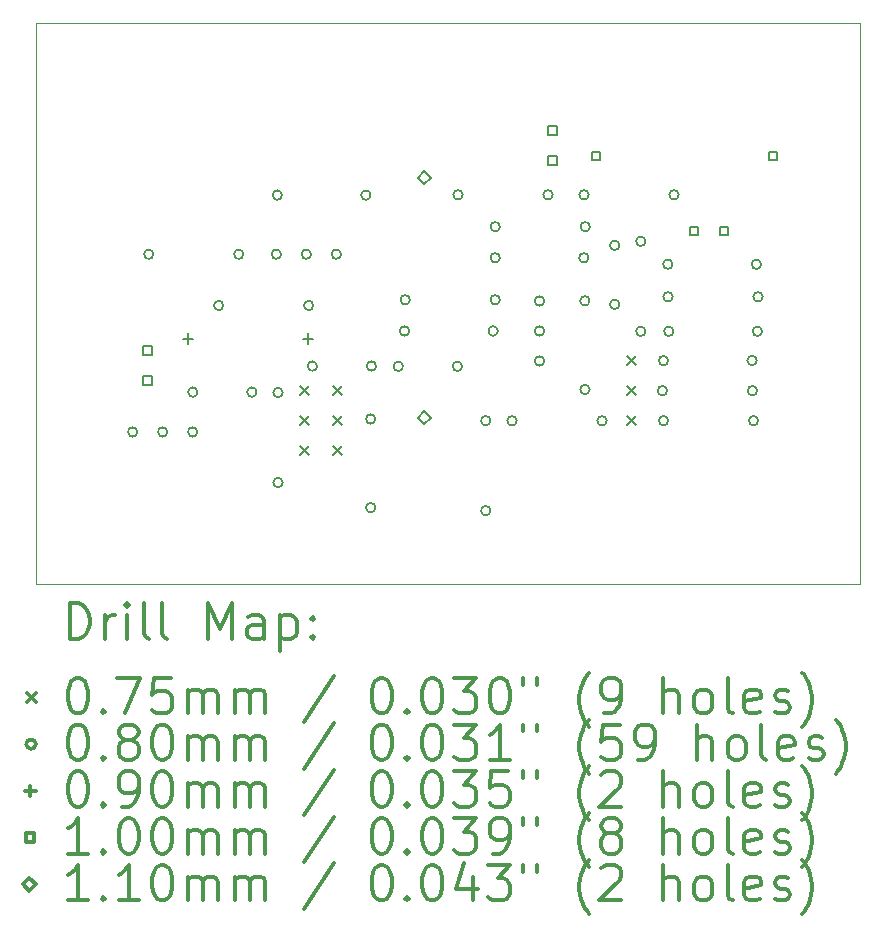
<source format=gbr>
%FSLAX45Y45*%
G04 Gerber Fmt 4.5, Leading zero omitted, Abs format (unit mm)*
G04 Created by KiCad (PCBNEW 5.1.9) date 2021-08-01 18:05:11*
%MOMM*%
%LPD*%
G01*
G04 APERTURE LIST*
%TA.AperFunction,Profile*%
%ADD10C,0.050000*%
%TD*%
%ADD11C,0.200000*%
%ADD12C,0.300000*%
G04 APERTURE END LIST*
D10*
X11653520Y-6831330D02*
X11653520Y-2082800D01*
X4681220Y-2082800D02*
X4681220Y-6831330D01*
X11653520Y-2082800D02*
X4681220Y-2082800D01*
X4681220Y-6831330D02*
X11653520Y-6831330D01*
D11*
X6918290Y-5155530D02*
X6993290Y-5230530D01*
X6993290Y-5155530D02*
X6918290Y-5230530D01*
X6918290Y-5409530D02*
X6993290Y-5484530D01*
X6993290Y-5409530D02*
X6918290Y-5484530D01*
X6918290Y-5663530D02*
X6993290Y-5738530D01*
X6993290Y-5663530D02*
X6918290Y-5738530D01*
X7193880Y-5155530D02*
X7268880Y-5230530D01*
X7268880Y-5155530D02*
X7193880Y-5230530D01*
X7193880Y-5409530D02*
X7268880Y-5484530D01*
X7268880Y-5409530D02*
X7193880Y-5484530D01*
X7193880Y-5663530D02*
X7268880Y-5738530D01*
X7268880Y-5663530D02*
X7193880Y-5738530D01*
X9686890Y-4905340D02*
X9761890Y-4980340D01*
X9761890Y-4905340D02*
X9686890Y-4980340D01*
X9686890Y-5159340D02*
X9761890Y-5234340D01*
X9761890Y-5159340D02*
X9686890Y-5234340D01*
X9686890Y-5413340D02*
X9761890Y-5488340D01*
X9761890Y-5413340D02*
X9686890Y-5488340D01*
X5539100Y-5547360D02*
G75*
G03*
X5539100Y-5547360I-40000J0D01*
G01*
X5674990Y-4042410D02*
G75*
G03*
X5674990Y-4042410I-40000J0D01*
G01*
X5793100Y-5547360D02*
G75*
G03*
X5793100Y-5547360I-40000J0D01*
G01*
X6047100Y-5547360D02*
G75*
G03*
X6047100Y-5547360I-40000J0D01*
G01*
X6048750Y-5209540D02*
G75*
G03*
X6048750Y-5209540I-40000J0D01*
G01*
X6266810Y-4476750D02*
G75*
G03*
X6266810Y-4476750I-40000J0D01*
G01*
X6436990Y-4042410D02*
G75*
G03*
X6436990Y-4042410I-40000J0D01*
G01*
X6548750Y-5209540D02*
G75*
G03*
X6548750Y-5209540I-40000J0D01*
G01*
X6755760Y-4042410D02*
G75*
G03*
X6755760Y-4042410I-40000J0D01*
G01*
X6763950Y-3542030D02*
G75*
G03*
X6763950Y-3542030I-40000J0D01*
G01*
X6769730Y-5214620D02*
G75*
G03*
X6769730Y-5214620I-40000J0D01*
G01*
X6769730Y-5976620D02*
G75*
G03*
X6769730Y-5976620I-40000J0D01*
G01*
X7009760Y-4042410D02*
G75*
G03*
X7009760Y-4042410I-40000J0D01*
G01*
X7028810Y-4476750D02*
G75*
G03*
X7028810Y-4476750I-40000J0D01*
G01*
X7060940Y-4989830D02*
G75*
G03*
X7060940Y-4989830I-40000J0D01*
G01*
X7263760Y-4042410D02*
G75*
G03*
X7263760Y-4042410I-40000J0D01*
G01*
X7513950Y-3542030D02*
G75*
G03*
X7513950Y-3542030I-40000J0D01*
G01*
X7554590Y-5438140D02*
G75*
G03*
X7554590Y-5438140I-40000J0D01*
G01*
X7554590Y-6188140D02*
G75*
G03*
X7554590Y-6188140I-40000J0D01*
G01*
X7560940Y-4989830D02*
G75*
G03*
X7560940Y-4989830I-40000J0D01*
G01*
X7788270Y-4991100D02*
G75*
G03*
X7788270Y-4991100I-40000J0D01*
G01*
X7840910Y-4692650D02*
G75*
G03*
X7840910Y-4692650I-40000J0D01*
G01*
X7846690Y-4428490D02*
G75*
G03*
X7846690Y-4428490I-40000J0D01*
G01*
X8288270Y-4991100D02*
G75*
G03*
X8288270Y-4991100I-40000J0D01*
G01*
X8293730Y-3539490D02*
G75*
G03*
X8293730Y-3539490I-40000J0D01*
G01*
X8528680Y-5452110D02*
G75*
G03*
X8528680Y-5452110I-40000J0D01*
G01*
X8528680Y-6214110D02*
G75*
G03*
X8528680Y-6214110I-40000J0D01*
G01*
X8590910Y-4692650D02*
G75*
G03*
X8590910Y-4692650I-40000J0D01*
G01*
X8608690Y-3810000D02*
G75*
G03*
X8608690Y-3810000I-40000J0D01*
G01*
X8608690Y-4072890D02*
G75*
G03*
X8608690Y-4072890I-40000J0D01*
G01*
X8608690Y-4428490D02*
G75*
G03*
X8608690Y-4428490I-40000J0D01*
G01*
X8750930Y-5452110D02*
G75*
G03*
X8750930Y-5452110I-40000J0D01*
G01*
X8983340Y-4438650D02*
G75*
G03*
X8983340Y-4438650I-40000J0D01*
G01*
X8983340Y-4692650D02*
G75*
G03*
X8983340Y-4692650I-40000J0D01*
G01*
X8983340Y-4946650D02*
G75*
G03*
X8983340Y-4946650I-40000J0D01*
G01*
X9055730Y-3539490D02*
G75*
G03*
X9055730Y-3539490I-40000J0D01*
G01*
X9358690Y-4072890D02*
G75*
G03*
X9358690Y-4072890I-40000J0D01*
G01*
X9360530Y-3539490D02*
G75*
G03*
X9360530Y-3539490I-40000J0D01*
G01*
X9368150Y-4437380D02*
G75*
G03*
X9368150Y-4437380I-40000J0D01*
G01*
X9368150Y-5187380D02*
G75*
G03*
X9368150Y-5187380I-40000J0D01*
G01*
X9370690Y-3810000D02*
G75*
G03*
X9370690Y-3810000I-40000J0D01*
G01*
X9512930Y-5452110D02*
G75*
G03*
X9512930Y-5452110I-40000J0D01*
G01*
X9620880Y-3967480D02*
G75*
G03*
X9620880Y-3967480I-40000J0D01*
G01*
X9620880Y-4467480D02*
G75*
G03*
X9620880Y-4467480I-40000J0D01*
G01*
X9841860Y-3933190D02*
G75*
G03*
X9841860Y-3933190I-40000J0D01*
G01*
X9841860Y-4695190D02*
G75*
G03*
X9841860Y-4695190I-40000J0D01*
G01*
X10024740Y-5198110D02*
G75*
G03*
X10024740Y-5198110I-40000J0D01*
G01*
X10033630Y-4942840D02*
G75*
G03*
X10033630Y-4942840I-40000J0D01*
G01*
X10033630Y-5452110D02*
G75*
G03*
X10033630Y-5452110I-40000J0D01*
G01*
X10070460Y-4127500D02*
G75*
G03*
X10070460Y-4127500I-40000J0D01*
G01*
X10071730Y-4403090D02*
G75*
G03*
X10071730Y-4403090I-40000J0D01*
G01*
X10078650Y-4695190D02*
G75*
G03*
X10078650Y-4695190I-40000J0D01*
G01*
X10122530Y-3539490D02*
G75*
G03*
X10122530Y-3539490I-40000J0D01*
G01*
X10783630Y-4942840D02*
G75*
G03*
X10783630Y-4942840I-40000J0D01*
G01*
X10786740Y-5198110D02*
G75*
G03*
X10786740Y-5198110I-40000J0D01*
G01*
X10795630Y-5452110D02*
G75*
G03*
X10795630Y-5452110I-40000J0D01*
G01*
X10820460Y-4127500D02*
G75*
G03*
X10820460Y-4127500I-40000J0D01*
G01*
X10828650Y-4695190D02*
G75*
G03*
X10828650Y-4695190I-40000J0D01*
G01*
X10833730Y-4403090D02*
G75*
G03*
X10833730Y-4403090I-40000J0D01*
G01*
X5967730Y-4713690D02*
X5967730Y-4803690D01*
X5922730Y-4758690D02*
X6012730Y-4758690D01*
X6983730Y-4713690D02*
X6983730Y-4803690D01*
X6938730Y-4758690D02*
X7028730Y-4758690D01*
X5660186Y-4891836D02*
X5660186Y-4821124D01*
X5589474Y-4821124D01*
X5589474Y-4891836D01*
X5660186Y-4891836D01*
X5660186Y-5145836D02*
X5660186Y-5075124D01*
X5589474Y-5075124D01*
X5589474Y-5145836D01*
X5660186Y-5145836D01*
X9089186Y-3031286D02*
X9089186Y-2960574D01*
X9018474Y-2960574D01*
X9018474Y-3031286D01*
X9089186Y-3031286D01*
X9089186Y-3285286D02*
X9089186Y-3214574D01*
X9018474Y-3214574D01*
X9018474Y-3285286D01*
X9089186Y-3285286D01*
X9454946Y-3247186D02*
X9454946Y-3176474D01*
X9384234Y-3176474D01*
X9384234Y-3247186D01*
X9454946Y-3247186D01*
X10288066Y-3880916D02*
X10288066Y-3810204D01*
X10217354Y-3810204D01*
X10217354Y-3880916D01*
X10288066Y-3880916D01*
X10542066Y-3880916D02*
X10542066Y-3810204D01*
X10471354Y-3810204D01*
X10471354Y-3880916D01*
X10542066Y-3880916D01*
X10954946Y-3247186D02*
X10954946Y-3176474D01*
X10884234Y-3176474D01*
X10884234Y-3247186D01*
X10954946Y-3247186D01*
X7967980Y-3449710D02*
X8022980Y-3394710D01*
X7967980Y-3339710D01*
X7912980Y-3394710D01*
X7967980Y-3449710D01*
X7967980Y-5481710D02*
X8022980Y-5426710D01*
X7967980Y-5371710D01*
X7912980Y-5426710D01*
X7967980Y-5481710D01*
D12*
X4965148Y-7299544D02*
X4965148Y-6999544D01*
X5036577Y-6999544D01*
X5079434Y-7013830D01*
X5108006Y-7042401D01*
X5122291Y-7070973D01*
X5136577Y-7128116D01*
X5136577Y-7170973D01*
X5122291Y-7228116D01*
X5108006Y-7256687D01*
X5079434Y-7285259D01*
X5036577Y-7299544D01*
X4965148Y-7299544D01*
X5265148Y-7299544D02*
X5265148Y-7099544D01*
X5265148Y-7156687D02*
X5279434Y-7128116D01*
X5293720Y-7113830D01*
X5322291Y-7099544D01*
X5350863Y-7099544D01*
X5450863Y-7299544D02*
X5450863Y-7099544D01*
X5450863Y-6999544D02*
X5436577Y-7013830D01*
X5450863Y-7028116D01*
X5465148Y-7013830D01*
X5450863Y-6999544D01*
X5450863Y-7028116D01*
X5636577Y-7299544D02*
X5608006Y-7285259D01*
X5593720Y-7256687D01*
X5593720Y-6999544D01*
X5793720Y-7299544D02*
X5765148Y-7285259D01*
X5750863Y-7256687D01*
X5750863Y-6999544D01*
X6136577Y-7299544D02*
X6136577Y-6999544D01*
X6236577Y-7213830D01*
X6336577Y-6999544D01*
X6336577Y-7299544D01*
X6608006Y-7299544D02*
X6608006Y-7142401D01*
X6593720Y-7113830D01*
X6565148Y-7099544D01*
X6508006Y-7099544D01*
X6479434Y-7113830D01*
X6608006Y-7285259D02*
X6579434Y-7299544D01*
X6508006Y-7299544D01*
X6479434Y-7285259D01*
X6465148Y-7256687D01*
X6465148Y-7228116D01*
X6479434Y-7199544D01*
X6508006Y-7185259D01*
X6579434Y-7185259D01*
X6608006Y-7170973D01*
X6750863Y-7099544D02*
X6750863Y-7399544D01*
X6750863Y-7113830D02*
X6779434Y-7099544D01*
X6836577Y-7099544D01*
X6865148Y-7113830D01*
X6879434Y-7128116D01*
X6893720Y-7156687D01*
X6893720Y-7242401D01*
X6879434Y-7270973D01*
X6865148Y-7285259D01*
X6836577Y-7299544D01*
X6779434Y-7299544D01*
X6750863Y-7285259D01*
X7022291Y-7270973D02*
X7036577Y-7285259D01*
X7022291Y-7299544D01*
X7008006Y-7285259D01*
X7022291Y-7270973D01*
X7022291Y-7299544D01*
X7022291Y-7113830D02*
X7036577Y-7128116D01*
X7022291Y-7142401D01*
X7008006Y-7128116D01*
X7022291Y-7113830D01*
X7022291Y-7142401D01*
X4603720Y-7756330D02*
X4678720Y-7831330D01*
X4678720Y-7756330D02*
X4603720Y-7831330D01*
X5022291Y-7629544D02*
X5050863Y-7629544D01*
X5079434Y-7643830D01*
X5093720Y-7658116D01*
X5108006Y-7686687D01*
X5122291Y-7743830D01*
X5122291Y-7815259D01*
X5108006Y-7872401D01*
X5093720Y-7900973D01*
X5079434Y-7915259D01*
X5050863Y-7929544D01*
X5022291Y-7929544D01*
X4993720Y-7915259D01*
X4979434Y-7900973D01*
X4965148Y-7872401D01*
X4950863Y-7815259D01*
X4950863Y-7743830D01*
X4965148Y-7686687D01*
X4979434Y-7658116D01*
X4993720Y-7643830D01*
X5022291Y-7629544D01*
X5250863Y-7900973D02*
X5265148Y-7915259D01*
X5250863Y-7929544D01*
X5236577Y-7915259D01*
X5250863Y-7900973D01*
X5250863Y-7929544D01*
X5365148Y-7629544D02*
X5565148Y-7629544D01*
X5436577Y-7929544D01*
X5822291Y-7629544D02*
X5679434Y-7629544D01*
X5665148Y-7772401D01*
X5679434Y-7758116D01*
X5708006Y-7743830D01*
X5779434Y-7743830D01*
X5808006Y-7758116D01*
X5822291Y-7772401D01*
X5836577Y-7800973D01*
X5836577Y-7872401D01*
X5822291Y-7900973D01*
X5808006Y-7915259D01*
X5779434Y-7929544D01*
X5708006Y-7929544D01*
X5679434Y-7915259D01*
X5665148Y-7900973D01*
X5965148Y-7929544D02*
X5965148Y-7729544D01*
X5965148Y-7758116D02*
X5979434Y-7743830D01*
X6008006Y-7729544D01*
X6050863Y-7729544D01*
X6079434Y-7743830D01*
X6093720Y-7772401D01*
X6093720Y-7929544D01*
X6093720Y-7772401D02*
X6108006Y-7743830D01*
X6136577Y-7729544D01*
X6179434Y-7729544D01*
X6208006Y-7743830D01*
X6222291Y-7772401D01*
X6222291Y-7929544D01*
X6365148Y-7929544D02*
X6365148Y-7729544D01*
X6365148Y-7758116D02*
X6379434Y-7743830D01*
X6408006Y-7729544D01*
X6450863Y-7729544D01*
X6479434Y-7743830D01*
X6493720Y-7772401D01*
X6493720Y-7929544D01*
X6493720Y-7772401D02*
X6508006Y-7743830D01*
X6536577Y-7729544D01*
X6579434Y-7729544D01*
X6608006Y-7743830D01*
X6622291Y-7772401D01*
X6622291Y-7929544D01*
X7208006Y-7615259D02*
X6950863Y-8000973D01*
X7593720Y-7629544D02*
X7622291Y-7629544D01*
X7650863Y-7643830D01*
X7665148Y-7658116D01*
X7679434Y-7686687D01*
X7693720Y-7743830D01*
X7693720Y-7815259D01*
X7679434Y-7872401D01*
X7665148Y-7900973D01*
X7650863Y-7915259D01*
X7622291Y-7929544D01*
X7593720Y-7929544D01*
X7565148Y-7915259D01*
X7550863Y-7900973D01*
X7536577Y-7872401D01*
X7522291Y-7815259D01*
X7522291Y-7743830D01*
X7536577Y-7686687D01*
X7550863Y-7658116D01*
X7565148Y-7643830D01*
X7593720Y-7629544D01*
X7822291Y-7900973D02*
X7836577Y-7915259D01*
X7822291Y-7929544D01*
X7808006Y-7915259D01*
X7822291Y-7900973D01*
X7822291Y-7929544D01*
X8022291Y-7629544D02*
X8050863Y-7629544D01*
X8079434Y-7643830D01*
X8093720Y-7658116D01*
X8108006Y-7686687D01*
X8122291Y-7743830D01*
X8122291Y-7815259D01*
X8108006Y-7872401D01*
X8093720Y-7900973D01*
X8079434Y-7915259D01*
X8050863Y-7929544D01*
X8022291Y-7929544D01*
X7993720Y-7915259D01*
X7979434Y-7900973D01*
X7965148Y-7872401D01*
X7950863Y-7815259D01*
X7950863Y-7743830D01*
X7965148Y-7686687D01*
X7979434Y-7658116D01*
X7993720Y-7643830D01*
X8022291Y-7629544D01*
X8222291Y-7629544D02*
X8408006Y-7629544D01*
X8308006Y-7743830D01*
X8350863Y-7743830D01*
X8379434Y-7758116D01*
X8393720Y-7772401D01*
X8408006Y-7800973D01*
X8408006Y-7872401D01*
X8393720Y-7900973D01*
X8379434Y-7915259D01*
X8350863Y-7929544D01*
X8265148Y-7929544D01*
X8236577Y-7915259D01*
X8222291Y-7900973D01*
X8593720Y-7629544D02*
X8622291Y-7629544D01*
X8650863Y-7643830D01*
X8665148Y-7658116D01*
X8679434Y-7686687D01*
X8693720Y-7743830D01*
X8693720Y-7815259D01*
X8679434Y-7872401D01*
X8665148Y-7900973D01*
X8650863Y-7915259D01*
X8622291Y-7929544D01*
X8593720Y-7929544D01*
X8565148Y-7915259D01*
X8550863Y-7900973D01*
X8536577Y-7872401D01*
X8522291Y-7815259D01*
X8522291Y-7743830D01*
X8536577Y-7686687D01*
X8550863Y-7658116D01*
X8565148Y-7643830D01*
X8593720Y-7629544D01*
X8808006Y-7629544D02*
X8808006Y-7686687D01*
X8922291Y-7629544D02*
X8922291Y-7686687D01*
X9365148Y-8043830D02*
X9350863Y-8029544D01*
X9322291Y-7986687D01*
X9308006Y-7958116D01*
X9293720Y-7915259D01*
X9279434Y-7843830D01*
X9279434Y-7786687D01*
X9293720Y-7715259D01*
X9308006Y-7672401D01*
X9322291Y-7643830D01*
X9350863Y-7600973D01*
X9365148Y-7586687D01*
X9493720Y-7929544D02*
X9550863Y-7929544D01*
X9579434Y-7915259D01*
X9593720Y-7900973D01*
X9622291Y-7858116D01*
X9636577Y-7800973D01*
X9636577Y-7686687D01*
X9622291Y-7658116D01*
X9608006Y-7643830D01*
X9579434Y-7629544D01*
X9522291Y-7629544D01*
X9493720Y-7643830D01*
X9479434Y-7658116D01*
X9465148Y-7686687D01*
X9465148Y-7758116D01*
X9479434Y-7786687D01*
X9493720Y-7800973D01*
X9522291Y-7815259D01*
X9579434Y-7815259D01*
X9608006Y-7800973D01*
X9622291Y-7786687D01*
X9636577Y-7758116D01*
X9993720Y-7929544D02*
X9993720Y-7629544D01*
X10122291Y-7929544D02*
X10122291Y-7772401D01*
X10108006Y-7743830D01*
X10079434Y-7729544D01*
X10036577Y-7729544D01*
X10008006Y-7743830D01*
X9993720Y-7758116D01*
X10308006Y-7929544D02*
X10279434Y-7915259D01*
X10265148Y-7900973D01*
X10250863Y-7872401D01*
X10250863Y-7786687D01*
X10265148Y-7758116D01*
X10279434Y-7743830D01*
X10308006Y-7729544D01*
X10350863Y-7729544D01*
X10379434Y-7743830D01*
X10393720Y-7758116D01*
X10408006Y-7786687D01*
X10408006Y-7872401D01*
X10393720Y-7900973D01*
X10379434Y-7915259D01*
X10350863Y-7929544D01*
X10308006Y-7929544D01*
X10579434Y-7929544D02*
X10550863Y-7915259D01*
X10536577Y-7886687D01*
X10536577Y-7629544D01*
X10808006Y-7915259D02*
X10779434Y-7929544D01*
X10722291Y-7929544D01*
X10693720Y-7915259D01*
X10679434Y-7886687D01*
X10679434Y-7772401D01*
X10693720Y-7743830D01*
X10722291Y-7729544D01*
X10779434Y-7729544D01*
X10808006Y-7743830D01*
X10822291Y-7772401D01*
X10822291Y-7800973D01*
X10679434Y-7829544D01*
X10936577Y-7915259D02*
X10965148Y-7929544D01*
X11022291Y-7929544D01*
X11050863Y-7915259D01*
X11065148Y-7886687D01*
X11065148Y-7872401D01*
X11050863Y-7843830D01*
X11022291Y-7829544D01*
X10979434Y-7829544D01*
X10950863Y-7815259D01*
X10936577Y-7786687D01*
X10936577Y-7772401D01*
X10950863Y-7743830D01*
X10979434Y-7729544D01*
X11022291Y-7729544D01*
X11050863Y-7743830D01*
X11165148Y-8043830D02*
X11179434Y-8029544D01*
X11208006Y-7986687D01*
X11222291Y-7958116D01*
X11236577Y-7915259D01*
X11250863Y-7843830D01*
X11250863Y-7786687D01*
X11236577Y-7715259D01*
X11222291Y-7672401D01*
X11208006Y-7643830D01*
X11179434Y-7600973D01*
X11165148Y-7586687D01*
X4678720Y-8189830D02*
G75*
G03*
X4678720Y-8189830I-40000J0D01*
G01*
X5022291Y-8025544D02*
X5050863Y-8025544D01*
X5079434Y-8039830D01*
X5093720Y-8054116D01*
X5108006Y-8082687D01*
X5122291Y-8139830D01*
X5122291Y-8211259D01*
X5108006Y-8268401D01*
X5093720Y-8296973D01*
X5079434Y-8311259D01*
X5050863Y-8325544D01*
X5022291Y-8325544D01*
X4993720Y-8311259D01*
X4979434Y-8296973D01*
X4965148Y-8268401D01*
X4950863Y-8211259D01*
X4950863Y-8139830D01*
X4965148Y-8082687D01*
X4979434Y-8054116D01*
X4993720Y-8039830D01*
X5022291Y-8025544D01*
X5250863Y-8296973D02*
X5265148Y-8311259D01*
X5250863Y-8325544D01*
X5236577Y-8311259D01*
X5250863Y-8296973D01*
X5250863Y-8325544D01*
X5436577Y-8154116D02*
X5408006Y-8139830D01*
X5393720Y-8125544D01*
X5379434Y-8096973D01*
X5379434Y-8082687D01*
X5393720Y-8054116D01*
X5408006Y-8039830D01*
X5436577Y-8025544D01*
X5493720Y-8025544D01*
X5522291Y-8039830D01*
X5536577Y-8054116D01*
X5550863Y-8082687D01*
X5550863Y-8096973D01*
X5536577Y-8125544D01*
X5522291Y-8139830D01*
X5493720Y-8154116D01*
X5436577Y-8154116D01*
X5408006Y-8168401D01*
X5393720Y-8182687D01*
X5379434Y-8211259D01*
X5379434Y-8268401D01*
X5393720Y-8296973D01*
X5408006Y-8311259D01*
X5436577Y-8325544D01*
X5493720Y-8325544D01*
X5522291Y-8311259D01*
X5536577Y-8296973D01*
X5550863Y-8268401D01*
X5550863Y-8211259D01*
X5536577Y-8182687D01*
X5522291Y-8168401D01*
X5493720Y-8154116D01*
X5736577Y-8025544D02*
X5765148Y-8025544D01*
X5793720Y-8039830D01*
X5808006Y-8054116D01*
X5822291Y-8082687D01*
X5836577Y-8139830D01*
X5836577Y-8211259D01*
X5822291Y-8268401D01*
X5808006Y-8296973D01*
X5793720Y-8311259D01*
X5765148Y-8325544D01*
X5736577Y-8325544D01*
X5708006Y-8311259D01*
X5693720Y-8296973D01*
X5679434Y-8268401D01*
X5665148Y-8211259D01*
X5665148Y-8139830D01*
X5679434Y-8082687D01*
X5693720Y-8054116D01*
X5708006Y-8039830D01*
X5736577Y-8025544D01*
X5965148Y-8325544D02*
X5965148Y-8125544D01*
X5965148Y-8154116D02*
X5979434Y-8139830D01*
X6008006Y-8125544D01*
X6050863Y-8125544D01*
X6079434Y-8139830D01*
X6093720Y-8168401D01*
X6093720Y-8325544D01*
X6093720Y-8168401D02*
X6108006Y-8139830D01*
X6136577Y-8125544D01*
X6179434Y-8125544D01*
X6208006Y-8139830D01*
X6222291Y-8168401D01*
X6222291Y-8325544D01*
X6365148Y-8325544D02*
X6365148Y-8125544D01*
X6365148Y-8154116D02*
X6379434Y-8139830D01*
X6408006Y-8125544D01*
X6450863Y-8125544D01*
X6479434Y-8139830D01*
X6493720Y-8168401D01*
X6493720Y-8325544D01*
X6493720Y-8168401D02*
X6508006Y-8139830D01*
X6536577Y-8125544D01*
X6579434Y-8125544D01*
X6608006Y-8139830D01*
X6622291Y-8168401D01*
X6622291Y-8325544D01*
X7208006Y-8011259D02*
X6950863Y-8396973D01*
X7593720Y-8025544D02*
X7622291Y-8025544D01*
X7650863Y-8039830D01*
X7665148Y-8054116D01*
X7679434Y-8082687D01*
X7693720Y-8139830D01*
X7693720Y-8211259D01*
X7679434Y-8268401D01*
X7665148Y-8296973D01*
X7650863Y-8311259D01*
X7622291Y-8325544D01*
X7593720Y-8325544D01*
X7565148Y-8311259D01*
X7550863Y-8296973D01*
X7536577Y-8268401D01*
X7522291Y-8211259D01*
X7522291Y-8139830D01*
X7536577Y-8082687D01*
X7550863Y-8054116D01*
X7565148Y-8039830D01*
X7593720Y-8025544D01*
X7822291Y-8296973D02*
X7836577Y-8311259D01*
X7822291Y-8325544D01*
X7808006Y-8311259D01*
X7822291Y-8296973D01*
X7822291Y-8325544D01*
X8022291Y-8025544D02*
X8050863Y-8025544D01*
X8079434Y-8039830D01*
X8093720Y-8054116D01*
X8108006Y-8082687D01*
X8122291Y-8139830D01*
X8122291Y-8211259D01*
X8108006Y-8268401D01*
X8093720Y-8296973D01*
X8079434Y-8311259D01*
X8050863Y-8325544D01*
X8022291Y-8325544D01*
X7993720Y-8311259D01*
X7979434Y-8296973D01*
X7965148Y-8268401D01*
X7950863Y-8211259D01*
X7950863Y-8139830D01*
X7965148Y-8082687D01*
X7979434Y-8054116D01*
X7993720Y-8039830D01*
X8022291Y-8025544D01*
X8222291Y-8025544D02*
X8408006Y-8025544D01*
X8308006Y-8139830D01*
X8350863Y-8139830D01*
X8379434Y-8154116D01*
X8393720Y-8168401D01*
X8408006Y-8196973D01*
X8408006Y-8268401D01*
X8393720Y-8296973D01*
X8379434Y-8311259D01*
X8350863Y-8325544D01*
X8265148Y-8325544D01*
X8236577Y-8311259D01*
X8222291Y-8296973D01*
X8693720Y-8325544D02*
X8522291Y-8325544D01*
X8608006Y-8325544D02*
X8608006Y-8025544D01*
X8579434Y-8068401D01*
X8550863Y-8096973D01*
X8522291Y-8111259D01*
X8808006Y-8025544D02*
X8808006Y-8082687D01*
X8922291Y-8025544D02*
X8922291Y-8082687D01*
X9365148Y-8439830D02*
X9350863Y-8425544D01*
X9322291Y-8382687D01*
X9308006Y-8354116D01*
X9293720Y-8311259D01*
X9279434Y-8239830D01*
X9279434Y-8182687D01*
X9293720Y-8111259D01*
X9308006Y-8068401D01*
X9322291Y-8039830D01*
X9350863Y-7996973D01*
X9365148Y-7982687D01*
X9622291Y-8025544D02*
X9479434Y-8025544D01*
X9465148Y-8168401D01*
X9479434Y-8154116D01*
X9508006Y-8139830D01*
X9579434Y-8139830D01*
X9608006Y-8154116D01*
X9622291Y-8168401D01*
X9636577Y-8196973D01*
X9636577Y-8268401D01*
X9622291Y-8296973D01*
X9608006Y-8311259D01*
X9579434Y-8325544D01*
X9508006Y-8325544D01*
X9479434Y-8311259D01*
X9465148Y-8296973D01*
X9779434Y-8325544D02*
X9836577Y-8325544D01*
X9865148Y-8311259D01*
X9879434Y-8296973D01*
X9908006Y-8254116D01*
X9922291Y-8196973D01*
X9922291Y-8082687D01*
X9908006Y-8054116D01*
X9893720Y-8039830D01*
X9865148Y-8025544D01*
X9808006Y-8025544D01*
X9779434Y-8039830D01*
X9765148Y-8054116D01*
X9750863Y-8082687D01*
X9750863Y-8154116D01*
X9765148Y-8182687D01*
X9779434Y-8196973D01*
X9808006Y-8211259D01*
X9865148Y-8211259D01*
X9893720Y-8196973D01*
X9908006Y-8182687D01*
X9922291Y-8154116D01*
X10279434Y-8325544D02*
X10279434Y-8025544D01*
X10408006Y-8325544D02*
X10408006Y-8168401D01*
X10393720Y-8139830D01*
X10365148Y-8125544D01*
X10322291Y-8125544D01*
X10293720Y-8139830D01*
X10279434Y-8154116D01*
X10593720Y-8325544D02*
X10565148Y-8311259D01*
X10550863Y-8296973D01*
X10536577Y-8268401D01*
X10536577Y-8182687D01*
X10550863Y-8154116D01*
X10565148Y-8139830D01*
X10593720Y-8125544D01*
X10636577Y-8125544D01*
X10665148Y-8139830D01*
X10679434Y-8154116D01*
X10693720Y-8182687D01*
X10693720Y-8268401D01*
X10679434Y-8296973D01*
X10665148Y-8311259D01*
X10636577Y-8325544D01*
X10593720Y-8325544D01*
X10865148Y-8325544D02*
X10836577Y-8311259D01*
X10822291Y-8282687D01*
X10822291Y-8025544D01*
X11093720Y-8311259D02*
X11065148Y-8325544D01*
X11008006Y-8325544D01*
X10979434Y-8311259D01*
X10965148Y-8282687D01*
X10965148Y-8168401D01*
X10979434Y-8139830D01*
X11008006Y-8125544D01*
X11065148Y-8125544D01*
X11093720Y-8139830D01*
X11108006Y-8168401D01*
X11108006Y-8196973D01*
X10965148Y-8225544D01*
X11222291Y-8311259D02*
X11250863Y-8325544D01*
X11308006Y-8325544D01*
X11336577Y-8311259D01*
X11350863Y-8282687D01*
X11350863Y-8268401D01*
X11336577Y-8239830D01*
X11308006Y-8225544D01*
X11265148Y-8225544D01*
X11236577Y-8211259D01*
X11222291Y-8182687D01*
X11222291Y-8168401D01*
X11236577Y-8139830D01*
X11265148Y-8125544D01*
X11308006Y-8125544D01*
X11336577Y-8139830D01*
X11450863Y-8439830D02*
X11465148Y-8425544D01*
X11493720Y-8382687D01*
X11508006Y-8354116D01*
X11522291Y-8311259D01*
X11536577Y-8239830D01*
X11536577Y-8182687D01*
X11522291Y-8111259D01*
X11508006Y-8068401D01*
X11493720Y-8039830D01*
X11465148Y-7996973D01*
X11450863Y-7982687D01*
X4633720Y-8540830D02*
X4633720Y-8630830D01*
X4588720Y-8585830D02*
X4678720Y-8585830D01*
X5022291Y-8421544D02*
X5050863Y-8421544D01*
X5079434Y-8435830D01*
X5093720Y-8450116D01*
X5108006Y-8478687D01*
X5122291Y-8535830D01*
X5122291Y-8607259D01*
X5108006Y-8664402D01*
X5093720Y-8692973D01*
X5079434Y-8707259D01*
X5050863Y-8721544D01*
X5022291Y-8721544D01*
X4993720Y-8707259D01*
X4979434Y-8692973D01*
X4965148Y-8664402D01*
X4950863Y-8607259D01*
X4950863Y-8535830D01*
X4965148Y-8478687D01*
X4979434Y-8450116D01*
X4993720Y-8435830D01*
X5022291Y-8421544D01*
X5250863Y-8692973D02*
X5265148Y-8707259D01*
X5250863Y-8721544D01*
X5236577Y-8707259D01*
X5250863Y-8692973D01*
X5250863Y-8721544D01*
X5408006Y-8721544D02*
X5465148Y-8721544D01*
X5493720Y-8707259D01*
X5508006Y-8692973D01*
X5536577Y-8650116D01*
X5550863Y-8592973D01*
X5550863Y-8478687D01*
X5536577Y-8450116D01*
X5522291Y-8435830D01*
X5493720Y-8421544D01*
X5436577Y-8421544D01*
X5408006Y-8435830D01*
X5393720Y-8450116D01*
X5379434Y-8478687D01*
X5379434Y-8550116D01*
X5393720Y-8578687D01*
X5408006Y-8592973D01*
X5436577Y-8607259D01*
X5493720Y-8607259D01*
X5522291Y-8592973D01*
X5536577Y-8578687D01*
X5550863Y-8550116D01*
X5736577Y-8421544D02*
X5765148Y-8421544D01*
X5793720Y-8435830D01*
X5808006Y-8450116D01*
X5822291Y-8478687D01*
X5836577Y-8535830D01*
X5836577Y-8607259D01*
X5822291Y-8664402D01*
X5808006Y-8692973D01*
X5793720Y-8707259D01*
X5765148Y-8721544D01*
X5736577Y-8721544D01*
X5708006Y-8707259D01*
X5693720Y-8692973D01*
X5679434Y-8664402D01*
X5665148Y-8607259D01*
X5665148Y-8535830D01*
X5679434Y-8478687D01*
X5693720Y-8450116D01*
X5708006Y-8435830D01*
X5736577Y-8421544D01*
X5965148Y-8721544D02*
X5965148Y-8521544D01*
X5965148Y-8550116D02*
X5979434Y-8535830D01*
X6008006Y-8521544D01*
X6050863Y-8521544D01*
X6079434Y-8535830D01*
X6093720Y-8564402D01*
X6093720Y-8721544D01*
X6093720Y-8564402D02*
X6108006Y-8535830D01*
X6136577Y-8521544D01*
X6179434Y-8521544D01*
X6208006Y-8535830D01*
X6222291Y-8564402D01*
X6222291Y-8721544D01*
X6365148Y-8721544D02*
X6365148Y-8521544D01*
X6365148Y-8550116D02*
X6379434Y-8535830D01*
X6408006Y-8521544D01*
X6450863Y-8521544D01*
X6479434Y-8535830D01*
X6493720Y-8564402D01*
X6493720Y-8721544D01*
X6493720Y-8564402D02*
X6508006Y-8535830D01*
X6536577Y-8521544D01*
X6579434Y-8521544D01*
X6608006Y-8535830D01*
X6622291Y-8564402D01*
X6622291Y-8721544D01*
X7208006Y-8407259D02*
X6950863Y-8792973D01*
X7593720Y-8421544D02*
X7622291Y-8421544D01*
X7650863Y-8435830D01*
X7665148Y-8450116D01*
X7679434Y-8478687D01*
X7693720Y-8535830D01*
X7693720Y-8607259D01*
X7679434Y-8664402D01*
X7665148Y-8692973D01*
X7650863Y-8707259D01*
X7622291Y-8721544D01*
X7593720Y-8721544D01*
X7565148Y-8707259D01*
X7550863Y-8692973D01*
X7536577Y-8664402D01*
X7522291Y-8607259D01*
X7522291Y-8535830D01*
X7536577Y-8478687D01*
X7550863Y-8450116D01*
X7565148Y-8435830D01*
X7593720Y-8421544D01*
X7822291Y-8692973D02*
X7836577Y-8707259D01*
X7822291Y-8721544D01*
X7808006Y-8707259D01*
X7822291Y-8692973D01*
X7822291Y-8721544D01*
X8022291Y-8421544D02*
X8050863Y-8421544D01*
X8079434Y-8435830D01*
X8093720Y-8450116D01*
X8108006Y-8478687D01*
X8122291Y-8535830D01*
X8122291Y-8607259D01*
X8108006Y-8664402D01*
X8093720Y-8692973D01*
X8079434Y-8707259D01*
X8050863Y-8721544D01*
X8022291Y-8721544D01*
X7993720Y-8707259D01*
X7979434Y-8692973D01*
X7965148Y-8664402D01*
X7950863Y-8607259D01*
X7950863Y-8535830D01*
X7965148Y-8478687D01*
X7979434Y-8450116D01*
X7993720Y-8435830D01*
X8022291Y-8421544D01*
X8222291Y-8421544D02*
X8408006Y-8421544D01*
X8308006Y-8535830D01*
X8350863Y-8535830D01*
X8379434Y-8550116D01*
X8393720Y-8564402D01*
X8408006Y-8592973D01*
X8408006Y-8664402D01*
X8393720Y-8692973D01*
X8379434Y-8707259D01*
X8350863Y-8721544D01*
X8265148Y-8721544D01*
X8236577Y-8707259D01*
X8222291Y-8692973D01*
X8679434Y-8421544D02*
X8536577Y-8421544D01*
X8522291Y-8564402D01*
X8536577Y-8550116D01*
X8565148Y-8535830D01*
X8636577Y-8535830D01*
X8665148Y-8550116D01*
X8679434Y-8564402D01*
X8693720Y-8592973D01*
X8693720Y-8664402D01*
X8679434Y-8692973D01*
X8665148Y-8707259D01*
X8636577Y-8721544D01*
X8565148Y-8721544D01*
X8536577Y-8707259D01*
X8522291Y-8692973D01*
X8808006Y-8421544D02*
X8808006Y-8478687D01*
X8922291Y-8421544D02*
X8922291Y-8478687D01*
X9365148Y-8835830D02*
X9350863Y-8821544D01*
X9322291Y-8778687D01*
X9308006Y-8750116D01*
X9293720Y-8707259D01*
X9279434Y-8635830D01*
X9279434Y-8578687D01*
X9293720Y-8507259D01*
X9308006Y-8464402D01*
X9322291Y-8435830D01*
X9350863Y-8392973D01*
X9365148Y-8378687D01*
X9465148Y-8450116D02*
X9479434Y-8435830D01*
X9508006Y-8421544D01*
X9579434Y-8421544D01*
X9608006Y-8435830D01*
X9622291Y-8450116D01*
X9636577Y-8478687D01*
X9636577Y-8507259D01*
X9622291Y-8550116D01*
X9450863Y-8721544D01*
X9636577Y-8721544D01*
X9993720Y-8721544D02*
X9993720Y-8421544D01*
X10122291Y-8721544D02*
X10122291Y-8564402D01*
X10108006Y-8535830D01*
X10079434Y-8521544D01*
X10036577Y-8521544D01*
X10008006Y-8535830D01*
X9993720Y-8550116D01*
X10308006Y-8721544D02*
X10279434Y-8707259D01*
X10265148Y-8692973D01*
X10250863Y-8664402D01*
X10250863Y-8578687D01*
X10265148Y-8550116D01*
X10279434Y-8535830D01*
X10308006Y-8521544D01*
X10350863Y-8521544D01*
X10379434Y-8535830D01*
X10393720Y-8550116D01*
X10408006Y-8578687D01*
X10408006Y-8664402D01*
X10393720Y-8692973D01*
X10379434Y-8707259D01*
X10350863Y-8721544D01*
X10308006Y-8721544D01*
X10579434Y-8721544D02*
X10550863Y-8707259D01*
X10536577Y-8678687D01*
X10536577Y-8421544D01*
X10808006Y-8707259D02*
X10779434Y-8721544D01*
X10722291Y-8721544D01*
X10693720Y-8707259D01*
X10679434Y-8678687D01*
X10679434Y-8564402D01*
X10693720Y-8535830D01*
X10722291Y-8521544D01*
X10779434Y-8521544D01*
X10808006Y-8535830D01*
X10822291Y-8564402D01*
X10822291Y-8592973D01*
X10679434Y-8621544D01*
X10936577Y-8707259D02*
X10965148Y-8721544D01*
X11022291Y-8721544D01*
X11050863Y-8707259D01*
X11065148Y-8678687D01*
X11065148Y-8664402D01*
X11050863Y-8635830D01*
X11022291Y-8621544D01*
X10979434Y-8621544D01*
X10950863Y-8607259D01*
X10936577Y-8578687D01*
X10936577Y-8564402D01*
X10950863Y-8535830D01*
X10979434Y-8521544D01*
X11022291Y-8521544D01*
X11050863Y-8535830D01*
X11165148Y-8835830D02*
X11179434Y-8821544D01*
X11208006Y-8778687D01*
X11222291Y-8750116D01*
X11236577Y-8707259D01*
X11250863Y-8635830D01*
X11250863Y-8578687D01*
X11236577Y-8507259D01*
X11222291Y-8464402D01*
X11208006Y-8435830D01*
X11179434Y-8392973D01*
X11165148Y-8378687D01*
X4664076Y-9017186D02*
X4664076Y-8946474D01*
X4593364Y-8946474D01*
X4593364Y-9017186D01*
X4664076Y-9017186D01*
X5122291Y-9117544D02*
X4950863Y-9117544D01*
X5036577Y-9117544D02*
X5036577Y-8817544D01*
X5008006Y-8860402D01*
X4979434Y-8888973D01*
X4950863Y-8903259D01*
X5250863Y-9088973D02*
X5265148Y-9103259D01*
X5250863Y-9117544D01*
X5236577Y-9103259D01*
X5250863Y-9088973D01*
X5250863Y-9117544D01*
X5450863Y-8817544D02*
X5479434Y-8817544D01*
X5508006Y-8831830D01*
X5522291Y-8846116D01*
X5536577Y-8874687D01*
X5550863Y-8931830D01*
X5550863Y-9003259D01*
X5536577Y-9060402D01*
X5522291Y-9088973D01*
X5508006Y-9103259D01*
X5479434Y-9117544D01*
X5450863Y-9117544D01*
X5422291Y-9103259D01*
X5408006Y-9088973D01*
X5393720Y-9060402D01*
X5379434Y-9003259D01*
X5379434Y-8931830D01*
X5393720Y-8874687D01*
X5408006Y-8846116D01*
X5422291Y-8831830D01*
X5450863Y-8817544D01*
X5736577Y-8817544D02*
X5765148Y-8817544D01*
X5793720Y-8831830D01*
X5808006Y-8846116D01*
X5822291Y-8874687D01*
X5836577Y-8931830D01*
X5836577Y-9003259D01*
X5822291Y-9060402D01*
X5808006Y-9088973D01*
X5793720Y-9103259D01*
X5765148Y-9117544D01*
X5736577Y-9117544D01*
X5708006Y-9103259D01*
X5693720Y-9088973D01*
X5679434Y-9060402D01*
X5665148Y-9003259D01*
X5665148Y-8931830D01*
X5679434Y-8874687D01*
X5693720Y-8846116D01*
X5708006Y-8831830D01*
X5736577Y-8817544D01*
X5965148Y-9117544D02*
X5965148Y-8917544D01*
X5965148Y-8946116D02*
X5979434Y-8931830D01*
X6008006Y-8917544D01*
X6050863Y-8917544D01*
X6079434Y-8931830D01*
X6093720Y-8960402D01*
X6093720Y-9117544D01*
X6093720Y-8960402D02*
X6108006Y-8931830D01*
X6136577Y-8917544D01*
X6179434Y-8917544D01*
X6208006Y-8931830D01*
X6222291Y-8960402D01*
X6222291Y-9117544D01*
X6365148Y-9117544D02*
X6365148Y-8917544D01*
X6365148Y-8946116D02*
X6379434Y-8931830D01*
X6408006Y-8917544D01*
X6450863Y-8917544D01*
X6479434Y-8931830D01*
X6493720Y-8960402D01*
X6493720Y-9117544D01*
X6493720Y-8960402D02*
X6508006Y-8931830D01*
X6536577Y-8917544D01*
X6579434Y-8917544D01*
X6608006Y-8931830D01*
X6622291Y-8960402D01*
X6622291Y-9117544D01*
X7208006Y-8803259D02*
X6950863Y-9188973D01*
X7593720Y-8817544D02*
X7622291Y-8817544D01*
X7650863Y-8831830D01*
X7665148Y-8846116D01*
X7679434Y-8874687D01*
X7693720Y-8931830D01*
X7693720Y-9003259D01*
X7679434Y-9060402D01*
X7665148Y-9088973D01*
X7650863Y-9103259D01*
X7622291Y-9117544D01*
X7593720Y-9117544D01*
X7565148Y-9103259D01*
X7550863Y-9088973D01*
X7536577Y-9060402D01*
X7522291Y-9003259D01*
X7522291Y-8931830D01*
X7536577Y-8874687D01*
X7550863Y-8846116D01*
X7565148Y-8831830D01*
X7593720Y-8817544D01*
X7822291Y-9088973D02*
X7836577Y-9103259D01*
X7822291Y-9117544D01*
X7808006Y-9103259D01*
X7822291Y-9088973D01*
X7822291Y-9117544D01*
X8022291Y-8817544D02*
X8050863Y-8817544D01*
X8079434Y-8831830D01*
X8093720Y-8846116D01*
X8108006Y-8874687D01*
X8122291Y-8931830D01*
X8122291Y-9003259D01*
X8108006Y-9060402D01*
X8093720Y-9088973D01*
X8079434Y-9103259D01*
X8050863Y-9117544D01*
X8022291Y-9117544D01*
X7993720Y-9103259D01*
X7979434Y-9088973D01*
X7965148Y-9060402D01*
X7950863Y-9003259D01*
X7950863Y-8931830D01*
X7965148Y-8874687D01*
X7979434Y-8846116D01*
X7993720Y-8831830D01*
X8022291Y-8817544D01*
X8222291Y-8817544D02*
X8408006Y-8817544D01*
X8308006Y-8931830D01*
X8350863Y-8931830D01*
X8379434Y-8946116D01*
X8393720Y-8960402D01*
X8408006Y-8988973D01*
X8408006Y-9060402D01*
X8393720Y-9088973D01*
X8379434Y-9103259D01*
X8350863Y-9117544D01*
X8265148Y-9117544D01*
X8236577Y-9103259D01*
X8222291Y-9088973D01*
X8550863Y-9117544D02*
X8608006Y-9117544D01*
X8636577Y-9103259D01*
X8650863Y-9088973D01*
X8679434Y-9046116D01*
X8693720Y-8988973D01*
X8693720Y-8874687D01*
X8679434Y-8846116D01*
X8665148Y-8831830D01*
X8636577Y-8817544D01*
X8579434Y-8817544D01*
X8550863Y-8831830D01*
X8536577Y-8846116D01*
X8522291Y-8874687D01*
X8522291Y-8946116D01*
X8536577Y-8974687D01*
X8550863Y-8988973D01*
X8579434Y-9003259D01*
X8636577Y-9003259D01*
X8665148Y-8988973D01*
X8679434Y-8974687D01*
X8693720Y-8946116D01*
X8808006Y-8817544D02*
X8808006Y-8874687D01*
X8922291Y-8817544D02*
X8922291Y-8874687D01*
X9365148Y-9231830D02*
X9350863Y-9217544D01*
X9322291Y-9174687D01*
X9308006Y-9146116D01*
X9293720Y-9103259D01*
X9279434Y-9031830D01*
X9279434Y-8974687D01*
X9293720Y-8903259D01*
X9308006Y-8860402D01*
X9322291Y-8831830D01*
X9350863Y-8788973D01*
X9365148Y-8774687D01*
X9522291Y-8946116D02*
X9493720Y-8931830D01*
X9479434Y-8917544D01*
X9465148Y-8888973D01*
X9465148Y-8874687D01*
X9479434Y-8846116D01*
X9493720Y-8831830D01*
X9522291Y-8817544D01*
X9579434Y-8817544D01*
X9608006Y-8831830D01*
X9622291Y-8846116D01*
X9636577Y-8874687D01*
X9636577Y-8888973D01*
X9622291Y-8917544D01*
X9608006Y-8931830D01*
X9579434Y-8946116D01*
X9522291Y-8946116D01*
X9493720Y-8960402D01*
X9479434Y-8974687D01*
X9465148Y-9003259D01*
X9465148Y-9060402D01*
X9479434Y-9088973D01*
X9493720Y-9103259D01*
X9522291Y-9117544D01*
X9579434Y-9117544D01*
X9608006Y-9103259D01*
X9622291Y-9088973D01*
X9636577Y-9060402D01*
X9636577Y-9003259D01*
X9622291Y-8974687D01*
X9608006Y-8960402D01*
X9579434Y-8946116D01*
X9993720Y-9117544D02*
X9993720Y-8817544D01*
X10122291Y-9117544D02*
X10122291Y-8960402D01*
X10108006Y-8931830D01*
X10079434Y-8917544D01*
X10036577Y-8917544D01*
X10008006Y-8931830D01*
X9993720Y-8946116D01*
X10308006Y-9117544D02*
X10279434Y-9103259D01*
X10265148Y-9088973D01*
X10250863Y-9060402D01*
X10250863Y-8974687D01*
X10265148Y-8946116D01*
X10279434Y-8931830D01*
X10308006Y-8917544D01*
X10350863Y-8917544D01*
X10379434Y-8931830D01*
X10393720Y-8946116D01*
X10408006Y-8974687D01*
X10408006Y-9060402D01*
X10393720Y-9088973D01*
X10379434Y-9103259D01*
X10350863Y-9117544D01*
X10308006Y-9117544D01*
X10579434Y-9117544D02*
X10550863Y-9103259D01*
X10536577Y-9074687D01*
X10536577Y-8817544D01*
X10808006Y-9103259D02*
X10779434Y-9117544D01*
X10722291Y-9117544D01*
X10693720Y-9103259D01*
X10679434Y-9074687D01*
X10679434Y-8960402D01*
X10693720Y-8931830D01*
X10722291Y-8917544D01*
X10779434Y-8917544D01*
X10808006Y-8931830D01*
X10822291Y-8960402D01*
X10822291Y-8988973D01*
X10679434Y-9017544D01*
X10936577Y-9103259D02*
X10965148Y-9117544D01*
X11022291Y-9117544D01*
X11050863Y-9103259D01*
X11065148Y-9074687D01*
X11065148Y-9060402D01*
X11050863Y-9031830D01*
X11022291Y-9017544D01*
X10979434Y-9017544D01*
X10950863Y-9003259D01*
X10936577Y-8974687D01*
X10936577Y-8960402D01*
X10950863Y-8931830D01*
X10979434Y-8917544D01*
X11022291Y-8917544D01*
X11050863Y-8931830D01*
X11165148Y-9231830D02*
X11179434Y-9217544D01*
X11208006Y-9174687D01*
X11222291Y-9146116D01*
X11236577Y-9103259D01*
X11250863Y-9031830D01*
X11250863Y-8974687D01*
X11236577Y-8903259D01*
X11222291Y-8860402D01*
X11208006Y-8831830D01*
X11179434Y-8788973D01*
X11165148Y-8774687D01*
X4623720Y-9432830D02*
X4678720Y-9377830D01*
X4623720Y-9322830D01*
X4568720Y-9377830D01*
X4623720Y-9432830D01*
X5122291Y-9513544D02*
X4950863Y-9513544D01*
X5036577Y-9513544D02*
X5036577Y-9213544D01*
X5008006Y-9256402D01*
X4979434Y-9284973D01*
X4950863Y-9299259D01*
X5250863Y-9484973D02*
X5265148Y-9499259D01*
X5250863Y-9513544D01*
X5236577Y-9499259D01*
X5250863Y-9484973D01*
X5250863Y-9513544D01*
X5550863Y-9513544D02*
X5379434Y-9513544D01*
X5465148Y-9513544D02*
X5465148Y-9213544D01*
X5436577Y-9256402D01*
X5408006Y-9284973D01*
X5379434Y-9299259D01*
X5736577Y-9213544D02*
X5765148Y-9213544D01*
X5793720Y-9227830D01*
X5808006Y-9242116D01*
X5822291Y-9270687D01*
X5836577Y-9327830D01*
X5836577Y-9399259D01*
X5822291Y-9456402D01*
X5808006Y-9484973D01*
X5793720Y-9499259D01*
X5765148Y-9513544D01*
X5736577Y-9513544D01*
X5708006Y-9499259D01*
X5693720Y-9484973D01*
X5679434Y-9456402D01*
X5665148Y-9399259D01*
X5665148Y-9327830D01*
X5679434Y-9270687D01*
X5693720Y-9242116D01*
X5708006Y-9227830D01*
X5736577Y-9213544D01*
X5965148Y-9513544D02*
X5965148Y-9313544D01*
X5965148Y-9342116D02*
X5979434Y-9327830D01*
X6008006Y-9313544D01*
X6050863Y-9313544D01*
X6079434Y-9327830D01*
X6093720Y-9356402D01*
X6093720Y-9513544D01*
X6093720Y-9356402D02*
X6108006Y-9327830D01*
X6136577Y-9313544D01*
X6179434Y-9313544D01*
X6208006Y-9327830D01*
X6222291Y-9356402D01*
X6222291Y-9513544D01*
X6365148Y-9513544D02*
X6365148Y-9313544D01*
X6365148Y-9342116D02*
X6379434Y-9327830D01*
X6408006Y-9313544D01*
X6450863Y-9313544D01*
X6479434Y-9327830D01*
X6493720Y-9356402D01*
X6493720Y-9513544D01*
X6493720Y-9356402D02*
X6508006Y-9327830D01*
X6536577Y-9313544D01*
X6579434Y-9313544D01*
X6608006Y-9327830D01*
X6622291Y-9356402D01*
X6622291Y-9513544D01*
X7208006Y-9199259D02*
X6950863Y-9584973D01*
X7593720Y-9213544D02*
X7622291Y-9213544D01*
X7650863Y-9227830D01*
X7665148Y-9242116D01*
X7679434Y-9270687D01*
X7693720Y-9327830D01*
X7693720Y-9399259D01*
X7679434Y-9456402D01*
X7665148Y-9484973D01*
X7650863Y-9499259D01*
X7622291Y-9513544D01*
X7593720Y-9513544D01*
X7565148Y-9499259D01*
X7550863Y-9484973D01*
X7536577Y-9456402D01*
X7522291Y-9399259D01*
X7522291Y-9327830D01*
X7536577Y-9270687D01*
X7550863Y-9242116D01*
X7565148Y-9227830D01*
X7593720Y-9213544D01*
X7822291Y-9484973D02*
X7836577Y-9499259D01*
X7822291Y-9513544D01*
X7808006Y-9499259D01*
X7822291Y-9484973D01*
X7822291Y-9513544D01*
X8022291Y-9213544D02*
X8050863Y-9213544D01*
X8079434Y-9227830D01*
X8093720Y-9242116D01*
X8108006Y-9270687D01*
X8122291Y-9327830D01*
X8122291Y-9399259D01*
X8108006Y-9456402D01*
X8093720Y-9484973D01*
X8079434Y-9499259D01*
X8050863Y-9513544D01*
X8022291Y-9513544D01*
X7993720Y-9499259D01*
X7979434Y-9484973D01*
X7965148Y-9456402D01*
X7950863Y-9399259D01*
X7950863Y-9327830D01*
X7965148Y-9270687D01*
X7979434Y-9242116D01*
X7993720Y-9227830D01*
X8022291Y-9213544D01*
X8379434Y-9313544D02*
X8379434Y-9513544D01*
X8308006Y-9199259D02*
X8236577Y-9413544D01*
X8422291Y-9413544D01*
X8508006Y-9213544D02*
X8693720Y-9213544D01*
X8593720Y-9327830D01*
X8636577Y-9327830D01*
X8665148Y-9342116D01*
X8679434Y-9356402D01*
X8693720Y-9384973D01*
X8693720Y-9456402D01*
X8679434Y-9484973D01*
X8665148Y-9499259D01*
X8636577Y-9513544D01*
X8550863Y-9513544D01*
X8522291Y-9499259D01*
X8508006Y-9484973D01*
X8808006Y-9213544D02*
X8808006Y-9270687D01*
X8922291Y-9213544D02*
X8922291Y-9270687D01*
X9365148Y-9627830D02*
X9350863Y-9613544D01*
X9322291Y-9570687D01*
X9308006Y-9542116D01*
X9293720Y-9499259D01*
X9279434Y-9427830D01*
X9279434Y-9370687D01*
X9293720Y-9299259D01*
X9308006Y-9256402D01*
X9322291Y-9227830D01*
X9350863Y-9184973D01*
X9365148Y-9170687D01*
X9465148Y-9242116D02*
X9479434Y-9227830D01*
X9508006Y-9213544D01*
X9579434Y-9213544D01*
X9608006Y-9227830D01*
X9622291Y-9242116D01*
X9636577Y-9270687D01*
X9636577Y-9299259D01*
X9622291Y-9342116D01*
X9450863Y-9513544D01*
X9636577Y-9513544D01*
X9993720Y-9513544D02*
X9993720Y-9213544D01*
X10122291Y-9513544D02*
X10122291Y-9356402D01*
X10108006Y-9327830D01*
X10079434Y-9313544D01*
X10036577Y-9313544D01*
X10008006Y-9327830D01*
X9993720Y-9342116D01*
X10308006Y-9513544D02*
X10279434Y-9499259D01*
X10265148Y-9484973D01*
X10250863Y-9456402D01*
X10250863Y-9370687D01*
X10265148Y-9342116D01*
X10279434Y-9327830D01*
X10308006Y-9313544D01*
X10350863Y-9313544D01*
X10379434Y-9327830D01*
X10393720Y-9342116D01*
X10408006Y-9370687D01*
X10408006Y-9456402D01*
X10393720Y-9484973D01*
X10379434Y-9499259D01*
X10350863Y-9513544D01*
X10308006Y-9513544D01*
X10579434Y-9513544D02*
X10550863Y-9499259D01*
X10536577Y-9470687D01*
X10536577Y-9213544D01*
X10808006Y-9499259D02*
X10779434Y-9513544D01*
X10722291Y-9513544D01*
X10693720Y-9499259D01*
X10679434Y-9470687D01*
X10679434Y-9356402D01*
X10693720Y-9327830D01*
X10722291Y-9313544D01*
X10779434Y-9313544D01*
X10808006Y-9327830D01*
X10822291Y-9356402D01*
X10822291Y-9384973D01*
X10679434Y-9413544D01*
X10936577Y-9499259D02*
X10965148Y-9513544D01*
X11022291Y-9513544D01*
X11050863Y-9499259D01*
X11065148Y-9470687D01*
X11065148Y-9456402D01*
X11050863Y-9427830D01*
X11022291Y-9413544D01*
X10979434Y-9413544D01*
X10950863Y-9399259D01*
X10936577Y-9370687D01*
X10936577Y-9356402D01*
X10950863Y-9327830D01*
X10979434Y-9313544D01*
X11022291Y-9313544D01*
X11050863Y-9327830D01*
X11165148Y-9627830D02*
X11179434Y-9613544D01*
X11208006Y-9570687D01*
X11222291Y-9542116D01*
X11236577Y-9499259D01*
X11250863Y-9427830D01*
X11250863Y-9370687D01*
X11236577Y-9299259D01*
X11222291Y-9256402D01*
X11208006Y-9227830D01*
X11179434Y-9184973D01*
X11165148Y-9170687D01*
M02*

</source>
